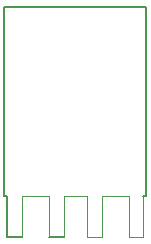
<source format=gm1>
G04 #@! TF.GenerationSoftware,KiCad,Pcbnew,5.0.0-rc2*
G04 #@! TF.CreationDate,2019-07-02T00:23:35-04:00*
G04 #@! TF.ProjectId,gassensorholder,67617373656E736F72686F6C6465722E,rev?*
G04 #@! TF.SameCoordinates,Original*
G04 #@! TF.FileFunction,Profile,NP*
%FSLAX46Y46*%
G04 Gerber Fmt 4.6, Leading zero omitted, Abs format (unit mm)*
G04 Created by KiCad (PCBNEW 5.0.0-rc2) date Tue Jul  2 00:23:35 2019*
%MOMM*%
%LPD*%
G01*
G04 APERTURE LIST*
%ADD10C,0.010000*%
%ADD11C,0.152400*%
G04 APERTURE END LIST*
D10*
X115125000Y-75000000D02*
X115000000Y-75000000D01*
X111750000Y-75000000D02*
X111500000Y-75000000D01*
X113625000Y-75000000D02*
X113750000Y-75000000D01*
X116875000Y-75000000D02*
X117000000Y-75000000D01*
X120250000Y-75000000D02*
X118500000Y-75000000D01*
D11*
X110000000Y-59000000D02*
X110000000Y-60000000D01*
X122000000Y-60000000D02*
X122000000Y-59000000D01*
D10*
X118250000Y-75000000D02*
X118500000Y-75000000D01*
X118250000Y-78500000D02*
X118250000Y-75000000D01*
X117000000Y-78500000D02*
X118250000Y-78500000D01*
X117000000Y-75000000D02*
X117000000Y-78500000D01*
X115000000Y-78500000D02*
X115000000Y-75000000D01*
D11*
X113750000Y-78500000D02*
X115000000Y-78500000D01*
D10*
X113750000Y-75000000D02*
X113750000Y-78500000D01*
D11*
X111500000Y-78500000D02*
X110250000Y-78500000D01*
D10*
X111500000Y-78500000D02*
X111500000Y-75000000D01*
X120500000Y-75000000D02*
X120250000Y-75000000D01*
X120500000Y-78500000D02*
X120500000Y-75000000D01*
X121750000Y-78500000D02*
X120500000Y-78500000D01*
X121750000Y-77500000D02*
X121750000Y-78500000D01*
D11*
X110250000Y-77500000D02*
X110250000Y-78500000D01*
X110000000Y-60000000D02*
X110000000Y-62000000D01*
X122000000Y-60000000D02*
X122000000Y-62000000D01*
X122000000Y-62000000D02*
X122000000Y-75000000D01*
X110000000Y-62000000D02*
X110000000Y-75000000D01*
X122000000Y-59000000D02*
X110000000Y-59000000D01*
D10*
X113625000Y-75000000D02*
X111750000Y-75000000D01*
X116875000Y-75000000D02*
X115125000Y-75000000D01*
D11*
X121750000Y-75000000D02*
X122000000Y-75000000D01*
X110250000Y-75000000D02*
X110000000Y-75000000D01*
D10*
X121750000Y-75000000D02*
X121750000Y-77500000D01*
D11*
X110250000Y-75000000D02*
X110250000Y-77500000D01*
M02*

</source>
